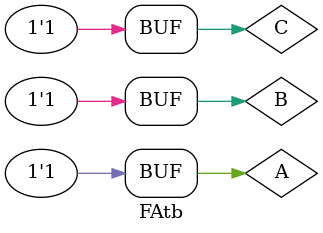
<source format=v>
`include "FA.v"
module FAtb();
wire sum,carry;
reg A,B,C;
FA i(sum,carry,A,B,C);
initial begin
	A=0;B=0;C=0;
#1	A=0;B=0;C=1;
#1	A=0;B=1;C=0;
#1	A=0;B=1;C=1;
#1	A=1;B=0;C=0;
#1	A=1;B=0;C=1;
#1	A=1;B=1;C=0;
#1	A=1;B=1;C=1;

end

initial begin
	$monitor("A=%d B=%d C=%d sum=%d carry=%d",A,B,C,sum,carry);
end

endmodule

</source>
